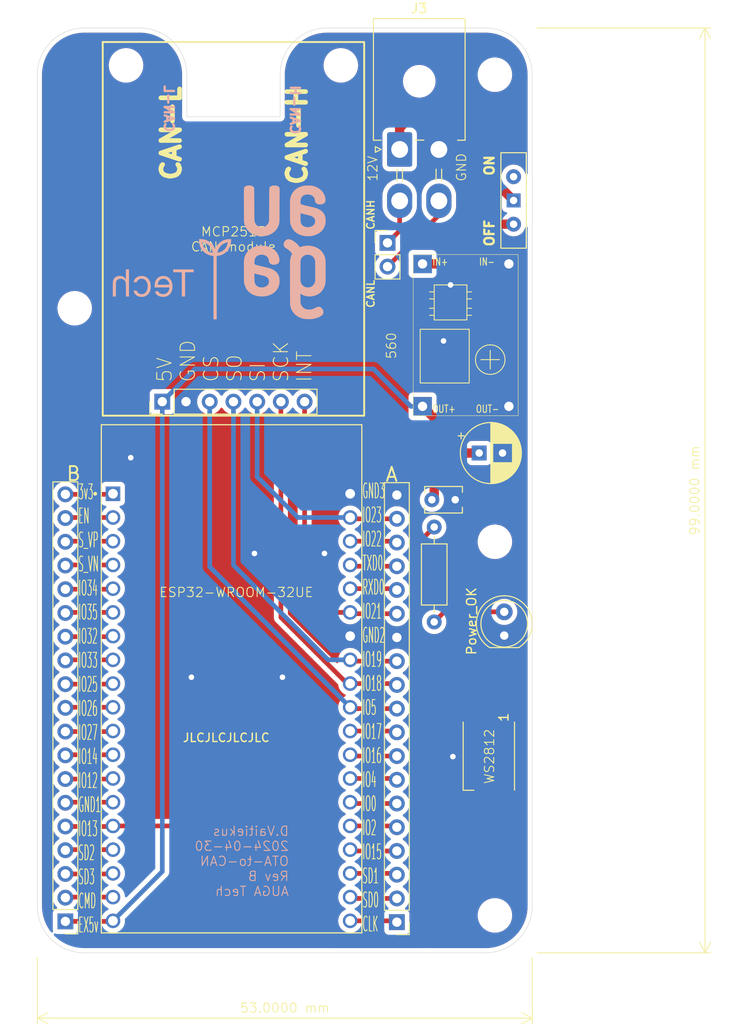
<source format=kicad_pcb>
(kicad_pcb (version 20240108) (generator "pcbnew") (generator_version "8.0")
  (title_block (title "OTA Sensor Receiver") (date "2024-04-17") (rev "A") (company "Darius Vaitiekus") (comment 1 "AUGA Tech"))
  (layers (0 "F.Cu" signal) (31 "B.Cu" signal) (34 "B.Paste" user) (35 "F.Paste" user) (36 "B.SilkS" user "B.Silkscreen") (37 "F.SilkS" user "F.Silkscreen") (38 "B.Mask" user) (39 "F.Mask" user) (44 "Edge.Cuts" user))
  (net 0 "")
  (net 1 "GND")
  (net 2 "/WS_LED")
  (net 3 "+5V")
  (net 5 "Net-(J3-Pin_1)")
  (net 6 "/INT")
  (net 7 "/IO4")
  (net 8 "/TXD0")
  (net 9 "/SI")
  (net 10 "/CS")
  (net 11 "/SD1")
  (net 12 "/CLK")
  (net 13 "/SCK")
  (net 14 "/RXD0")
  (net 15 "/IO16")
  (net 16 "/IO15")
  (net 17 "/IO2")
  (net 18 "/SO")
  (net 19 "/IO22")
  (net 20 "/IO17")
  (net 21 "/IO0")
  (net 22 "/SD0")
  (net 23 "/CMD")
  (net 24 "/IO27")
  (net 25 "/NTC_0")
  (net 26 "+3V3")
  (net 27 "/NTC_2")
  (net 28 "/IO26")
  (net 29 "/SD2")
  (net 30 "/IO14")
  (net 31 "/IO12")
  (net 32 "/NTC_3")
  (net 33 "/NTC_INT")
  (net 34 "/SD3")
  (net 35 "/VBat")
  (net 36 "/GND1")
  (net 37 "/IO25")
  (net 38 "/NTC_1")
  (net 39 "/EN")
  (net 41 "Net-(SW2-A)")
  (net 42 "Net-(D4-A)")
  (net 43 "/CAN_L")
  (net 44 "/CAN_H")
  (footprint "Capacitor_THT:CP_Radial_D6.3mm_P2.50mm" (layer "F.Cu") (at 158.817621 87)
    (property "Reference" "C5" (hide yes))
    (property "Value" "10V, 220uF")
    (pad "1" thru_hole rect (at 0 0) (size 1.6 1.6) (drill 0.8) (layers "*.Cu" "*.Mask") (net 3 "+5V"))
    (pad "2" thru_hole circle (at 2.5 0) (size 1.6 1.6) (drill 0.8) (layers "*.Cu" "*.Mask") (net 1 "GND"))
  )
  (footprint "Resistor_THT:R_Axial_DIN0207_L6.3mm_D2.5mm_P10.16mm_Horizontal" (layer "F.Cu") (at 154 105.08 90)
    (property "Reference" "R9" (hide yes))
    (property "Value" "560")
    (pad "1" thru_hole circle (at 0 0 90) (size 1.6 1.6) (drill 0.8) (layers "*.Cu" "*.Mask") (net 42 "Net-(D4-A)"))
    (pad "2" thru_hole oval (at 10.16 0 90) (size 1.6 1.6) (drill 0.8) (layers "*.Cu" "*.Mask") (net 3 "+5V"))
  )
  (footprint "MountingHole:MountingHole_3.2mm_M3" (layer "F.Cu") (at 160.5 46.5)
    (property "Reference" "H2" (hide yes))
    (property "Value" "MountingHole M3" (hide yes))
    (pad "" np_thru_hole circle (at 0 0) (size 3.2 3.2) (drill 3.2) (layers "*.Cu" "*.Mask"))
  )
  (footprint "MountingHole:MountingHole_3.2mm_M3" (layer "F.Cu") (at 160.5 96.5)
    (property "Reference" "H4" (hide yes))
    (property "Value" "MountingHole M3")
    (pad "" np_thru_hole circle (at 0 0) (size 3.2 3.2) (drill 3.2) (layers "*.Cu" "*.Mask"))
  )
  (footprint "MountingHole:MountingHole_3.2mm_M3" (layer "F.Cu") (at 160.5 136.5)
    (property "Reference" "H3" (hide yes))
    (property "Value" "MountingHole M3")
    (pad "" np_thru_hole circle (at 0 0) (size 3.2 3.2) (drill 3.2) (layers "*.Cu" "*.Mask"))
  )
  (footprint "Connector_PinHeader_2.54mm:PinHeader_1x19_P2.54mm_Vertical" (layer "F.Cu") (at 150 137.22 180)
    (property "Reference" "J6" (hide yes))
    (property "Value" "Header A")
    (pad "1" thru_hole rect (at 0 0 180) (size 1.7 1.7) (drill 1) (layers "*.Cu" "*.Mask") (net 12 "/CLK"))
    (pad "2" thru_hole oval (at 0 2.54 180) (size 1.7 1.7) (drill 1) (layers "*.Cu" "*.Mask") (net 22 "/SD0"))
    (pad "3" thru_hole oval (at 0 5.08 180) (size 1.7 1.7) (drill 1) (layers "*.Cu" "*.Mask") (net 11 "/SD1"))
    (pad "4" thru_hole oval (at 0 7.62 180) (size 1.7 1.7) (drill 1) (layers "*.Cu" "*.Mask") (net 16 "/IO15"))
    (pad "5" thru_hole oval (at 0 10.16 180) (size 1.7 1.7) (drill 1) (layers "*.Cu" "*.Mask") (net 17 "/IO2"))
    (pad "6" thru_hole oval (at 0 12.7 180) (size 1.7 1.7) (drill 1) (layers "*.Cu" "*.Mask") (net 21 "/IO0"))
    (pad "7" thru_hole oval (at 0 15.24 180) (size 1.7 1.7) (drill 1) (layers "*.Cu" "*.Mask") (net 7 "/IO4"))
    (pad "8" thru_hole oval (at 0 17.78 180) (size 1.7 1.7) (drill 1) (layers "*.Cu" "*.Mask") (net 15 "/IO16"))
    (pad "9" thru_hole oval (at 0 20.32 180) (size 1.7 1.7) (drill 1) (layers "*.Cu" "*.Mask") (net 20 "/IO17"))
    (pad "10" thru_hole oval (at 0 22.86 180) (size 1.7 1.7) (drill 1) (layers "*.Cu" "*.Mask") (net 10 "/CS"))
    (pad "11" thru_hole oval (at 0 25.4 180) (size 1.7 1.7) (drill 1) (layers "*.Cu" "*.Mask") (net 13 "/SCK"))
    (pad "12" thru_hole oval (at 0 27.94 180) (size 1.7 1.7) (drill 1) (layers "*.Cu" "*.Mask") (net 18 "/SO"))
    (pad "13" thru_hole oval (at 0 30.48 180) (size 1.7 1.7) (drill 1) (layers "*.Cu" "*.Mask") (net 1 "GND"))
    (pad "14" thru_hole oval (at 0 33.02 180) (size 1.7 1.7) (drill 1) (layers "*.Cu" "*.Mask") (net 6 "/INT"))
    (pad "15" thru_hole oval (at 0 35.56 180) (size 1.7 1.7) (drill 1) (layers "*.Cu" "*.Mask") (net 14 "/RXD0"))
    (pad "16" thru_hole oval (at 0 38.1 180) (size 1.7 1.7) (drill 1) (layers "*.Cu" "*.Mask") (net 8 "/TXD0"))
    (pad "17" thru_hole oval (at 0 40.64 180) (size 1.7 1.7) (drill 1) (layers "*.Cu" "*.Mask") (net 19 "/IO22"))
    (pad "18" thru_hole oval (at 0 43.18 180) (size 1.7 1.7) (drill 1) (layers "*.Cu" "*.Mask") (net 9 "/SI"))
    (pad "19" thru_hole oval (at 0 45.72 180) (size 1.7 1.7) (drill 1) (layers "*.Cu" "*.Mask") (net 1 "GND"))
  )
  (footprint "local_lib:MODULE_ESP32-DEVKITC-32D" (layer "F.Cu") (at 132.3 111.12)
    (property "Reference" "U4" (hide yes))
    (property "Value" "ESP32-WROOM-32UE")
    (pad "J2-1" thru_hole rect (at -12.7 -19.76) (size 1.56 1.56) (drill 1.04) (layers "*.Cu" "*.Mask") (net 26 "+3V3"))
    (pad "J2-2" thru_hole circle (at -12.7 -17.22) (size 1.56 1.56) (drill 1.04) (layers "*.Cu" "*.Mask") (net 39 "/EN"))
    (pad "J2-3" thru_hole circle (at -12.7 -14.68) (size 1.56 1.56) (drill 1.04) (layers "*.Cu" "*.Mask") (net 32 "/NTC_3"))
    (pad "J2-4" thru_hole circle (at -12.7 -12.14) (size 1.56 1.56) (drill 1.04) (layers "*.Cu" "*.Mask") (net 27 "/NTC_2"))
    (pad "J2-5" thru_hole circle (at -12.7 -9.6) (size 1.56 1.56) (drill 1.04) (layers "*.Cu" "*.Mask") (net 38 "/NTC_1"))
    (pad "J2-6" thru_hole circle (at -12.7 -7.06) (size 1.56 1.56) (drill 1.04) (layers "*.Cu" "*.Mask") (net 25 "/NTC_0"))
    (pad "J2-7" thru_hole circle (at -12.7 -4.52) (size 1.56 1.56) (drill 1.04) (layers "*.Cu" "*.Mask") (net 35 "/VBat"))
    (pad "J2-8" thru_hole circle (at -12.7 -1.98) (size 1.56 1.56) (drill 1.04) (layers "*.Cu" "*.Mask") (net 33 "/NTC_INT"))
    (pad "J2-9" thru_hole circle (at -12.7 0.56) (size 1.56 1.56) (drill 1.04) (layers "*.Cu" "*.Mask") (net 37 "/IO25"))
    (pad "J2-10" thru_hole circle (at -12.7 3.1) (size 1.56 1.56) (drill 1.04) (layers "*.Cu" "*.Mask") (net 28 "/IO26"))
    (pad "J2-11" thru_hole circle (at -12.7 5.64) (size 1.56 1.56) (drill 1.04) (layers "*.Cu" "*.Mask") (net 24 "/IO27"))
    (pad "J2-12" thru_hole circle (at -12.7 8.18) (size 1.56 1.56) (drill 1.04) (layers "*.Cu" "*.Mask") (net 30 "/IO14"))
    (pad "J2-13" thru_hole circle (at -12.7 10.72) (size 1.56 1.56) (drill 1.04) (layers "*.Cu" "*.Mask") (net 31 "/IO12"))
    (pad "J2-14" thru_hole circle (at -12.7 13.26) (size 1.56 1.56) (drill 1.04) (layers "*.Cu" "*.Mask") (net 36 "/GND1"))
    (pad "J2-15" thru_hole circle (at -12.7 15.8) (size 1.56 1.56) (drill 1.04) (layers "*.Cu" "*.Mask") (net 2 "/WS_LED"))
    (pad "J2-16" thru_hole circle (at -12.7 18.34) (size 1.56 1.56) (drill 1.04) (layers "*.Cu" "*.Mask") (net 29 "/SD2"))
    (pad "J2-17" thru_hole circle (at -12.7 20.88) (size 1.56 1.56) (drill 1.04) (layers "*.Cu" "*.Mask") (net 34 "/SD3"))
    (pad "J2-18" thru_hole circle (at -12.7 23.42) (size 1.56 1.56) (drill 1.04) (layers "*.Cu" "*.Mask") (net 23 "/CMD"))
    (pad "J2-19" thru_hole circle (at -12.7 25.96) (size 1.56 1.56) (drill 1.04) (layers "*.Cu" "*.Mask") (net 3 "+5V"))
    (pad "J3-1" thru_hole circle (at 12.7 -19.76) (size 1.56 1.56) (drill 1.04) (layers "*.Cu" "*.Mask") (net 1 "GND"))
    (pad "J3-2" thru_hole circle (at 12.7 -17.22) (size 1.56 1.56) (drill 1.04) (layers "*.Cu" "*.Mask") (net 9 "/SI"))
    (pad "J3-3" thru_hole circle (at 12.7 -14.68) (size 1.56 1.56) (drill 1.04) (layers "*.Cu" "*.Mask") (net 19 "/IO22"))
    (pad "J3-4" thru_hole circle (at 12.7 -12.14) (size 1.56 1.56) (drill 1.04) (layers "*.Cu" "*.Mask") (net 8 "/TXD0"))
    (pad "J3-5" thru_hole circle (at 12.7 -9.6) (size 1.56 1.56) (drill 1.04) (layers "*.Cu" "*.Mask") (net 14 "/RXD0"))
    (pad "J3-6" thru_hole circle (at 12.7 -7.06) (size 1.56 1.56) (drill 1.04) (layers "*.Cu" "*.Mask") (net 6 "/INT"))
    (pad "J3-7" thru_hole circle (at 12.7 -4.52) (size 1.56 1.56) (drill 1.04) (layers "*.Cu" "*.Mask") (net 1 "GND"))
    (pad "J3-8" thru_hole circle (at 12.7 -1.98) (size 1.56 1.56) (drill 1.04) (layers "*.Cu" "*.Mask") (net 18 "/SO"))
    (pad "J3-9" thru_hole circle (at 12.7 0.56) (size 1.56 1.56) (drill 1.04) (layers "*.Cu" "*.Mask") (net 13 "/SCK"))
    (pad "J3-10" thru_hole circle (at 12.7 3.1) (size 1.56 1.56) (drill 1.04) (layers "*.Cu" "*.Mask") (net 10 "/CS"))
    (pad "J3-11" thru_hole circle (at 12.7 5.64) (size 1.56 1.56) (drill 1.04) (layers "*.Cu" "*.Mask") (net 20 "/IO17"))
    (pad "J3-12" thru_hole circle (at 12.7 8.18) (size 1.56 1.56) (drill 1.04) (layers "*.Cu" "*.Mask") (net 15 "/IO16"))
    (pad "J3-13" thru_hole circle (at 12.7 10.72) (size 1.56 1.56) (drill 1.04) (layers "*.Cu" "*.Mask") (net 7 "/IO4"))
    (pad "J3-14" thru_hole circle (at 12.7 13.26) (size 1.56 1.56) (drill 1.04) (layers "*.Cu" "*.Mask") (net 21 "/IO0"))
    (pad "J3-15" thru_hole circle (at 12.7 15.8) (size 1.56 1.56) (drill 1.04) (layers "*.Cu" "*.Mask") (net 17 "/IO2"))
    (pad "J3-16" thru_hole circle (at 12.7 18.34) (size 1.56 1.56) (drill 1.04) (layers "*.Cu" "*.Mask") (net 16 "/IO15"))
    (pad "J3-17" thru_hole circle (at 12.7 20.88) (size 1.56 1.56) (drill 1.04) (layers "*.Cu" "*.Mask") (net 11 "/SD1"))
    (pad "J3-18" thru_hole circle (at 12.7 23.42) (size 1.56 1.56) (drill 1.04) (layers "*.Cu" "*.Mask") (net 22 "/SD0"))
    (pad "J3-19" thru_hole circle (at 12.7 25.96) (size 1.56 1.56) (drill 1.04) (layers "*.Cu" "*.Mask") (net 12 "/CLK"))
  )
  (footprint "MountingHole:MountingHole_3.2mm_M3" (layer "F.Cu") (at 115.5 71.5)
    (property "Reference" "H1" (hide yes))
    (property "Value" "MountingHole M3")
    (pad "" np_thru_hole circle (at 0 0) (size 3.2 3.2) (drill 3.2) (layers "*.Cu" "*.Mask"))
  )
  (footprint "Capacitor_THT:C_Disc_D3.8mm_W2.6mm_P2.50mm" (layer "F.Cu") (at 153.75 92)
    (property "Reference" "C6" (hide yes))
    (property "Value" "100nF")
    (pad "1" thru_hole circle (at 0 0) (size 1.6 1.6) (drill 0.8) (layers "*.Cu" "*.Mask") (net 3 "+5V"))
    (pad "2" thru_hole circle (at 2.5 0) (size 1.6 1.6) (drill 0.8) (layers "*.Cu" "*.Mask") (net 1 "GND"))
  )
  (footprint "Connector_Molex:Molex_Mini-Fit_Jr_5569-04A2_2x02_P4.20mm_Horizontal" (layer "F.Cu") (at 150.3 54.5)
    (property "Reference" "J3" (at 2.1 -15.1 0) (layer "F.SilkS"))
    (property "Value" "Power Input 12V")
    (pad "" np_thru_hole circle (at 2.1 -7.3) (size 3 3) (drill 3) (layers "*.Cu" "*.Mask"))
    (pad "1" thru_hole roundrect (at 0 0) (size 2.7 3.7) (drill 1.8) (layers "*.Cu" "*.Mask") (roundrect_rratio 0.092593) (net 5 "Net-(J3-Pin_1)"))
    (pad "2" thru_hole oval (at 4.2 0) (size 2.7 3.7) (drill 1.8) (layers "*.Cu" "*.Mask") (net 1 "GND"))
    (pad "3" thru_hole oval (at 0 5.5) (size 2.7 3.7) (drill 1.8) (layers "*.Cu" "*.Mask") (net 44 "/CAN_H"))
    (pad "4" thru_hole oval (at 4.2 5.5) (size 2.7 3.7) (drill 1.8) (layers "*.Cu" "*.Mask") (net 43 "/CAN_L"))
  )
  (footprint "Button_Switch_THT:SW_Slide-03_Wuerth-WS-SLTV_10x2.5x6.4_P2.54mm" (layer "F.Cu") (at 162.5 59.96 -90)
    (property "Reference" "SW2" (hide yes))
    (property "Value" "Switch")
    (pad "1" thru_hole rect (at 0 0 270) (size 1.5 1.5) (drill 0.8) (layers "*.Cu" "*.Mask") (net 5 "Net-(J3-Pin_1)"))
    (pad "2" thru_hole circle (at -2.54 0 270) (size 1.6 1.6) (drill 0.8) (layers "*.Cu" "*.Mask"))
    (pad "3" thru_hole circle (at 2.54 0 270) (size 1.6 1.6) (drill 0.8) (layers "*.Cu" "*.Mask") (net 41 "Net-(SW2-A)"))
  )
  (footprint "Connector_PinHeader_2.54mm:PinHeader_1x07_P2.54mm_Vertical" (layer "F.Cu") (at 124.88 81.5 90)
    (property "Reference" "J1" (hide yes))
    (property "Value" "MCP-2515-CAN")
    (pad "1" thru_hole rect (at 0 0 90) (size 1.7 1.7) (drill 1) (layers "*.Cu" "*.Mask") (net 3 "+5V"))
    (pad "2" thru_hole oval (at 0 2.54 90) (size 1.7 1.7) (drill 1) (layers "*.Cu" "*.Mask") (net 1 "GND"))
    (pad "3" thru_hole oval (at 0 5.08 90) (size 1.7 1.7) (drill 1) (layers "*.Cu" "*.Mask") (net 10 "/CS"))
    (pad "4" thru_hole oval (at 0 7.62 90) (size 1.7 1.7) (drill 1) (layers "*.Cu" "*.Mask") (net 18 "/SO"))
    (pad "5" thru_hole oval (at 0 10.16 90) (size 1.7 1.7) (drill 1) (layers "*.Cu" "*.Mask") (net 9 "/SI"))
    (pad "6" thru_hole oval (at 0 12.7 90) (size 1.7 1.7) (drill 1) (layers "*.Cu" "*.Mask") (net 13 "/SCK"))
    (pad "7" thru_hole oval (at 0 15.24 90) (size 1.7 1.7) (drill 1) (layers "*.Cu" "*.Mask") (net 6 "/INT"))
  )
  (footprint "Connector_PinHeader_2.54mm:PinHeader_1x19_P2.54mm_Vertical" (layer "F.Cu") (at 114.5 137.14 180)
    (property "Reference" "J8" (hide yes))
    (property "Value" "Header B")
    (pad "1" thru_hole rect (at 0 0 180) (size 1.7 1.7) (drill 1) (layers "*.Cu" "*.Mask") (net 3 "+5V"))
    (pad "2" thru_hole oval (at 0 2.54 180) (size 1.7 1.7) (drill 1) (layers "*.Cu" "*.Mask") (net 23 "/CMD"))
    (pad "3" thru_hole oval (at 0 5.08 180) (size 1.7 1.7) (drill 1) (layers "*.Cu" "*.Mask") (net 34 "/SD3"))
    (pad "4" thru_hole oval (at 0 7.62 180) (size 1.7 1.7) (drill 1) (layers "*.Cu" "*.Mask") (net 29 "/SD2"))
    (pad "5" thru_hole oval (at 0 10.16 180) (size 1.7 1.7) (drill 1) (layers "*.Cu" "*.Mask") (net 2 "/WS_LED"))
    (pad "6" thru_hole oval (at 0 12.7 180) (size 1.7 1.7) (drill 1) (layers "*.Cu" "*.Mask") (net 36 "/GND1"))
    (pad "7" thru_hole oval (at 0 15.24 180) (size 1.7 1.7) (drill 1) (layers "*.Cu" "*.Mask") (net 31 "/IO12"))
    (pad "8" thru_hole oval (at 0 17.78 180) (size 1.7 1.7) (drill 1) (layers "*.Cu" "*.Mask") (net 30 "/IO14"))
    (pad "9" thru_hole oval (at 0 20.32 180) (size 1.7 1.7) (drill 1) (layers "*.Cu" "*.Mask") (net 24 "/IO27"))
    (pad "10" thru_hole oval (at 0 22.86 180) (size 1.7 1.7) (drill 1) (layers "*.Cu" "*.Mask") (net 28 "/IO26"))
    (pad "11" thru_hole oval (at 0 25.4 180) (size 1.7 1.7) (drill 1) (layers "*.Cu" "*.Mask") (net 37 "/IO25"))
    (pad "12" thru_hole oval (at 0 27.94 180) (size 1.7 1.7) (drill 1) (layers "*.Cu" "*.Mask") (net 33 "/NTC_INT"))
    (pad "13" thru_hole oval (at 0 30.48 180) (size 1.7 1.7) (drill 1) (layers "*.Cu" "*.Mask") (net 35 "/VBat"))
    (pad "14" thru_hole oval (at 0 33.02 180) (size 1.7 1.7) (drill 1) (layers "*.Cu" "*.Mask") (net 25 "/NTC_0"))
    (pad "15" thru_hole oval (at 0 35.56 180) (size 1.7 1.7) (drill 1) (layers "*.Cu" "*.Mask") (net 38 "/NTC_1"))
    (pad "16" thru_hole oval (at 0 38.1 180) (size 1.7 1.7) (drill 1) (layers "*.Cu" "*.Mask") (net 27 "/NTC_2"))
    (pad "17" thru_hole oval (at 0 40.64 180) (size 1.7 1.7) (drill 1) (layers "*.Cu" "*.Mask") (net 32 "/NTC_3"))
    (pad "18" thru_hole oval (at 0 43.18 180) (size 1.7 1.7) (drill 1) (layers "*.Cu" "*.Mask") (net 39 "/EN"))
    (pad "19" thru_hole oval (at 0 45.72 180) (size 1.7 1.7) (drill 1) (layers "*.Cu" "*.Mask") (net 26 "+3V3"))
  )
  (footprint "local_lib:DCDC_StepDown" (layer "F.Cu") (at 157.25 74.25)
    (property "Reference" "U5" (hide yes))
    (property "Value" "DC StepDown")
    (fp_text user "IN-" (at 1.5 -7.25 0) (layer "F.SilkS") (effects (font (size 0.8 0.6) (thickness 0.1)) (justify left bottom)))
    (fp_text user "OUT-" (at 3.75 8.5 0) (layer "F.SilkS") (effects (font (size 0.8 0.6) (thickness 0.1)) (justify right bottom)))
    (fp_text user "IN+" (at -3.5 -7.25 0) (layer "F.SilkS") (effects (font (size 0.8 0.6) (thickness 0.1)) (justify left bottom)))
    (fp_text user "OUT+" (at -3.5 8.5 0) (layer "F.SilkS") (effects (font (size 0.8 0.6) (thickness 0.1)) (justify left bottom)))
    (pad "1" thru_hole rect (at -4.5 -7.5) (size 2 2) (drill 1) (layers "*.Cu" "*.Mask") (net 41 "Net-(SW2-A)"))
    (pad "2" thru_hole rect (at 4.75 -7.5) (size 2 2) (drill 1) (layers "*.Cu" "*.Mask") (net 1 "GND"))
    (pad "3" thru_hole rect (at -4.5 7.75) (size 2 2) (drill 1) (layers "*.Cu" "*.Mask") (net 3 "+5V"))
    (pad "4" thru_hole rect (at 4.75 7.75) (size 2 2) (drill 1) (layers "*.Cu" "*.Mask") (net 1 "GND"))
  )
  (footprint "MountingHole:MountingHole_3.2mm_M3" (layer "F.Cu") (at 121 45.5)
    (property "Reference" "H5" (hide yes))
    (property "Value" "MountingHole M3")
    (pad "" np_thru_hole circle (at 0 0) (size 3.2 3.2) (drill 3.2) (layers "*.Cu" "*.Mask"))
  )
  (footprint "Connector_PinHeader_2.54mm:PinHeader_1x02_P2.54mm_Vertical" (layer "F.Cu") (at 149 64.5)
    (property "Reference" "J2" (hide yes))
    (property "Value" "CAN_passthrough")
    (pad "1" thru_hole rect (at 0 0) (size 1.7 1.7) (drill 1) (layers "*.Cu" "*.Mask") (net 44 "/CAN_H"))
    (pad "2" thru_hole oval (at 0 2.54) (size 1.7 1.7) (drill 1) (layers "*.Cu" "*.Mask") (net 43 "/CAN_L"))
  )
  (footprint "LED_THT:LED_D5.0mm" (layer "F.Cu") (at 161.5 106.54 90)
    (property "Reference" "D4" (hide yes))
    (property "Value" "Power_OK" (at 1.54 -3.5 -90) (layer "F.SilkS"))
    (pad "1" thru_hole rect (at 0 0 90) (size 1.8 1.8) (drill 0.9) (layers "*.Cu" "*.Mask") (net 1 "GND"))
    (pad "2" thru_hole circle (at 2.54 0 90) (size 1.8 1.8) (drill 0.9) (layers "*.Cu" "*.Mask") (net 42 "Net-(D4-A)"))
  )
  (footprint "LED_SMD:LED_WS2812B_PLCC4_5.0x5.0mm_P3.2mm" (layer "F.Cu") (at 159.85 119.45 -90)
    (property "Reference" "D3" (hide yes))
    (property "Value" "WS2812B")
    (fp_text user "1" (at -4.15 -1.6 90) (layer "F.SilkS"))
    (pad "1" smd rect (at -2.45 -1.65 270) (size 1.5 0.9) (layers "F.Cu" "F.Paste" "F.Mask") (net 3 "+5V"))
    (pad "2" smd rect (at -2.45 1.65 270) (size 1.5 0.9) (layers "F.Cu" "F.Paste" "F.Mask"))
    (pad "3" smd rect (at 2.45 1.65 270) (size 1.5 0.9) (layers "F.Cu" "F.Paste" "F.Mask") (net 1 "GND"))
    (pad "4" smd rect (at 2.45 -1.65 270) (size 1.5 0.9) (layers "F.Cu" "F.Paste" "F.Mask") (net 2 "/WS_LED"))
  )
  (footprint "MountingHole:MountingHole_3.2mm_M3" (layer "F.Cu") (at 144 45.5)
    (property "Reference" "H6" (hide yes))
    (property "Value" "MountingHole M3")
    (pad "" np_thru_hole circle (at 0 0) (size 3.2 3.2) (drill 3.2) (layers "*.Cu" "*.Mask"))
  )
  (footprint "local_lib:AUGA-Tech-footprint" (layer "B.Cu") (at 131 65.5 180)
    (property "Reference" "G1" (hide yes))
    (property "Value" "AUGA-Tech-LOGO" (hide yes))
  )
  (gr_rect (start 118.5 43) (end 146.5 83) (stroke (width 0.2)) (fill none) (layer "F.SilkS"))
  (gr_arc (start 111.5 46.5) (mid 112.964466 42.964466) (end 116.5 41.5) (stroke (width 0.05)) (layer "Edge.Cuts"))
  (gr_arc (start 122.5 41.5) (mid 126.035534 42.964466) (end 127.5 46.5) (stroke (width 0.05)) (layer "Edge.Cuts"))
  (gr_line (start 116.5 41.5) (end 122.5 41.5) (stroke (width 0.05)) (layer "Edge.Cuts"))
  (gr_line (start 111.5 135.5) (end 111.5 46.5) (stroke (width 0.05)) (layer "Edge.Cuts"))
  (gr_line (start 127.5 51) (end 127.5 46.5) (stroke (width 0.05)) (layer "Edge.Cuts"))
  (gr_line (start 164.5 46.5) (end 164.5 135.5) (stroke (width 0.05)) (layer "Edge.Cuts"))
  (gr_line (start 142.5 41.5) (end 159.5 41.5) (stroke (width 0.05)) (layer "Edge.Cuts"))
  (gr_arc (start 159.5 41.5) (mid 163.035534 42.964466) (end 164.5 46.5) (stroke (width 0.05)) (layer "Edge.Cuts"))
  (gr_line (start 137.5 51) (end 127.5 51) (stroke (width 0.05)) (layer "Edge.Cuts"))
  (gr_arc (start 116.5 140.5) (mid 112.964466 139.035534) (end 111.5 135.5) (stroke (width 0.05)) (layer "Edge.Cuts"))
  (gr_line (start 159.5 140.5) (end 116.5 140.5) (stroke (width 0.05)) (layer "Edge.Cuts"))
  (gr_arc (start 137.5 46.5) (mid 138.964466 42.964466) (end 142.5 41.5) (stroke (width 0.05)) (layer "Edge.Cuts"))
  (gr_arc (start 164.5 135.5) (mid 163.035534 139.035534) (end 159.5 140.5) (stroke (width 0.05)) (layer "Edge.Cuts"))
  (gr_line (start 137.5 46.5) (end 137.5 51) (stroke (width 0.05)) (layer "Edge.Cuts"))
  (gr_text "CAN-H" (at 138.5 47.5 270) (layer "B.SilkS") (effects (font (size 1 1) (thickness 0.25) (bold yes)) (justify right bottom mirror)))
  (gr_text "CAN-L" (at 125 47.5 270) (layer "B.SilkS") (effects (font (size 1 1) (thickness 0.25) (bold yes)) (justify right bottom mirror)))
  (gr_text "D.Vaitiekus\n2024-04-30\nOTA-to-CAN\nRev B\nAUGA Tech" (at 138.5 134.5 0) (layer "B.SilkS") (effects (font (size 1 1) (thickness 0.1)) (justify left bottom mirror)))
  (gr_text "GND3\nIO23\nIO22\nTXD0\nRXD0\nIO21\nGND2\nIO19\nIO18\nIO5\nIO17\nIO16\nIO4\nIO0\nIO2\nIO15\nSD1\nSD0\nCLK" (at 146.25 138.37 0) (layer "F.SilkS") (effects (font (size 1.6 0.6) (thickness 0.1)) (justify left bottom)))
  (gr_text "560" (at 150 77 90) (layer "F.SilkS") (effects (font (size 1 1) (thickness 0.1)) (justify left bottom)))
  (gr_text "OFF" (at 160.5 65 90) (layer "F.SilkS") (effects (font (size 1 1) (thickness 0.25)) (justify left bottom)))
  (gr_text "MCP2515\nCAN module" (at 132.5 65.5 0) (layer "F.SilkS") (effects (font (size 1 1) (thickness 0.1)) (justify bottom)))
  (gr_text "CAN-H" (at 140.5 47.5 90) (layer "F.SilkS") (effects (font (size 2 2) (thickness 0.5) (bold yes)) (justify right bottom)))
  (gr_text "ON" (at 160.5 55 90) (layer "F.SilkS") (effects (font (size 1 1) (thickness 0.25)) (justify right bottom)))
  (gr_text "JLCJLCJLCJLC" (at 127 118 0) (layer "F.SilkS") (effects (font (size 0.9 0.9) (thickness 0.15) (bold yes)) (justify left bottom)))
  (gr_text "CANL" (at 147.67 68.37 90) (layer "F.SilkS") (effects (font (size 0.8 0.8) (thickness 0.15) (bold yes)) (justify right bottom)))
  (gr_text "WS2812" (at 160.5 122.5 90) (layer "F.SilkS") (effects (font (size 1 1) (thickness 0.1)) (justify left bottom)))
  (gr_text "GND" (at 157.5 58 90) (layer "F.SilkS") (effects (font (size 1 1) (thickness 0.1)) (justify left bottom)))
  (gr_text "B" (at 114.5 90.09 0) (layer "F.SilkS") (effects (font (size 1.5 1.5) (thickness 0.2)) (justify left bottom)))
  (gr_text "CANH" (at 147.67 63.17 90) (layer "F.SilkS") (effects (font (size 0.8 0.8) (thickness 0.15) (bold yes)) (justify left bottom)))
  (gr_text "12V" (at 148 58 90) (layer "F.SilkS") (effects (font (size 1 1) (thickness 0.1)) (justify left bottom)))
  (gr_text "ESP32-WROOM-32UE" (at 124.5 102.5 0) (layer "F.SilkS") (effects (font (size 1 1) (thickness 0.1)) (justify left bottom)))
  (gr_text "3v3\nEN\nS_VP\nS_VN\nIO34\nIO35\nIO32\nIO33\nIO25\nIO26\nIO27\nIO14\nIO12\nGND1\nIO13\nSD2\nSD3\nCMD\nEX5v" (at 115.83 138.47 0) (layer "F.SilkS") (effects (font (size 1.6 0.6) (thickness 0.1)) (justify left bottom)))
  (gr_text "5V\nGND\nCS\nSO\nSI\nSCK\nINT" (at 141 79.5 90) (layer "F.SilkS") (effects (font (size 1.55 1.5) (thickness 0.1)) (justify left bottom)))
  (gr_text "A" (at 148.67 90.17 0) (layer "F.SilkS") (effects (font (size 1.5 1.5) (thickness 0.2)) (justify left bottom)))
  (gr_text "CAN-L" (at 127 47.5 90) (layer "F.SilkS") (effects (font (size 2 2) (thickness 0.5) (bold yes)) (justify right bottom)))
  (dimension (type aligned) (layer "F.SilkS") (pts (xy 164.5 140.5) (xy 111.5 140.5)) (height -7) (gr_text "53.0000 mm" (at 138 146.4 0) (layer "F.SilkS") (effects (font (size 1 1) (thickness 0.1)))) (format (prefix "") (suffix "") (units 3) (units_format 1) (precision 4)) (style (thickness 0.1) (arrow_length 1.27) (text_position_mode 0) (extension_height 0.58642) (extension_offset 0.5) keep_text_aligned))
  (dimension (type aligned) (layer "F.SilkS") (pts (xy 164.5 41.5) (xy 164.5 140.5)) (height -18.5) (gr_text "99.0000 mm" (at 181.9 91 90) (layer "F.SilkS") (effects (font (size 1 1) (thickness 0.1)))) (format (prefix "") (suffix "") (units 3) (units_format 1) (precision 4)) (style (thickness 0.1) (arrow_length 1.27) (text_position_mode 0) (extension_height 0.58642) (extension_offset 0.5) keep_text_aligned))
  (segment (start 149.86 106.6) (end 150 106.74) (width 0.5) (layer "F.Cu") (net 1))
  (segment (start 149.86 91.36) (end 150 91.5) (width 0.5) (layer "F.Cu") (net 1))
  (segment (start 145 106.6) (end 149.86 106.6) (width 0.5) (layer "F.Cu") (net 1))
  (segment (start 145 91.36) (end 149.86 91.36) (width 0.5) (layer "F.Cu") (net 1))
  (via (at 121.5 87.5) (size 0.8) (drill 0.6) (layers "F.Cu" "B.Cu") (net 1))
  (via (at 142.25 97.75) (size 0.8) (drill 0.6) (layers "F.Cu" "B.Cu") (net 1))
  (via (at 137.75 111) (size 0.8) (drill 0.6) (layers "F.Cu" "B.Cu") (net 1))
  (via (at 155.75 69) (size 0.8) (drill 0.6) (layers "F.Cu" "B.Cu") (net 1))
  (via (at 156 119.5) (size 0.8) (drill 0.6) (layers "F.Cu" "B.Cu") (net 1))
  (via (at 155 75) (size 0.8) (drill 0.6) (layers "F.Cu" "B.Cu") (net 1))
  (via (at 134.75 97.75) (size 0.8) (drill 0.6) (layers "F.Cu" "B.Cu") (net 1))
  (via (at 128 111) (size 0.8) (drill 0.6) (layers "F.Cu" "B.Cu") (net 1))
  (segment (start 119.6 126.92) (end 130.42 126.92) (width 0.5) (layer "F.Cu") (net 2))
  (segment (start 155 134) (end 161.5 127.5) (width 0.5) (layer "F.Cu") (net 2))
  (segment (start 130.42 126.92) (end 143.25 139.75) (width 0.5) (layer "F.Cu") (net 2))
  (segment (start 143.25 139.75) (end 152.75 139.75) (width 0.5) (layer "F.Cu") (net 2))
  (segment (start 152.75 139.75) (end 155 137.5) (width 0.5) (layer "F.Cu") (net 2))
  (segment (start 114.5 126.98) (end 119.54 126.98) (width 0.5) (layer "F.Cu") (net 2))
  (segment (start 155 137.5) (end 155 134) (width 0.5) (layer "F.Cu") (net 2))
  (segment (start 119.54 126.98) (end 119.6 126.92) (width 0.5) (layer "F.Cu") (net 2))
  (segment (start 161.5 127.5) (end 161.5 121.9) (width 0.5) (layer "F.Cu") (net 2))
  (segment (start 154 87) (end 154 83.25) (width 1) (layer "F.Cu") (net 3))
  (segment (start 114.5 137.14) (end 119.54 137.14) (width 0.5) (layer "F.Cu") (net 3))
  (segment (start 154 91.75) (end 154 87) (width 1) (layer "F.Cu") (net 3))
  (segment (start 158.817621 87) (end 154 87) (width 1) (layer "F.Cu") (net 3))
  (segment (start 161.5 116) (end 152 106.5) (width 0.5) (layer "F.Cu") (net 3))
  (segment (start 152 96.92) (end 154 94.92) (width 0.5) (layer "F.Cu") (net 3))
  (segment (start 152 106.5) (end 152 96.92) (width 0.5) (layer "F.Cu") (net 3))
  (segment (start 119.54 137.14) (end 119.6 137.08) (width 0.5) (layer "F.Cu") (net 3))
  (segment (start 161.5 117) (end 161.5 116) (width 0.5) (layer "F.Cu") (net 3))
  (segment (start 153.75 92) (end 154 91.75) (width 1) (layer "F.Cu") (net 3))
  (segment (start 154 83.25) (end 152.75 82) (width 1) (layer "F.Cu") (net 3))
  (segment (start 151.5 82) (end 152.75 82) (width 0.5) (layer "B.Cu") (net 3))
  (segment (start 124.88 81.5) (end 128.38 78) (width 0.5) (layer "B.Cu") (net 3))
  (segment (start 124.88 131.8) (end 124.88 81.5) (width 0.5) (layer "B.Cu") (net 3))
  (segment (start 119.6 137.08) (end 124.88 131.8) (width 0.5) (layer "B.Cu") (net 3))
  (segment (start 147.5 78) (end 151.5 82) (width 0.5) (layer "B.Cu") (net 3))
  (segment (start 128.38 78) (end 147.5 78) (width 0.5) (layer "B.Cu") (net 3))
  (segment (start 159.5 56.96) (end 159.5 53) (width 1) (layer "F.Cu") (net 5))
  (segment (start 150.3 52.2) (end 150.3 54.5) (width 1) (layer "F.Cu") (net 5))
  (segment (start 162.5 59.96) (end 159.5 56.96) (width 1) (layer "F.Cu") (net 5))
  (segment (start 159.5 53) (end 157 50.5) (width 1) (layer "F.Cu") (net 5))
  (segment (start 157 50.5) (end 152 50.5) (width 1) (layer "F.Cu") (net 5))
  (segment (start 152 50.5) (end 150.3 52.2) (width 1) (layer "F.Cu") (net 5))
  (segment (start 145 104.06) (end 142.06 104.06) (width 0.5) (layer "F.Cu") (net 6))
  (segment (start 145.14 104.2) (end 145 104.06) (width 0.5) (layer "F.Cu") (net 6))
  (segment (start 140.12 102.12) (end 140.12 81.5) (width 0.5) (layer "F.Cu") (net 6))
  (segment (start 142.06 104.06) (end 140.12 102.12) (width 0.5) (layer "F.Cu") (net 6))
  (segment (start 150 104.2) (end 145.14 104.2) (width 0.5) (layer "F.Cu") (net 6))
  (segment (start 145 121.84) (end 149.86 121.84) (width 0.5) (layer "F.Cu") (net 7))
  (segment (start 149.86 121.84) (end 150 121.98) (width 0.5) (layer "F.Cu") (net 7))
  (segment (start 145.14 99.12) (end 145 98.98) (width 0.5) (layer "F.Cu") (net 8))
  (segment (start 150 99.12) (end 145.14 99.12) (width 0.5) (layer "F.Cu") (net 8))
  (segment (start 145.14 94.04) (end 145 93.9) (width 0.5) (layer "F.Cu") (net 9))
  (segment (start 150 94.04) (end 145.14 94.04) (width 0.5) (layer "F.Cu") (net 9))
  (segment (start 139.4 93.9) (end 145 93.9) (width 0.5) (layer "B.Cu") (net 9))
  (segment (start 135.04 89.54) (end 139.4 93.9) (width 0.5) (layer "B.Cu") (net 9))
  (segment (start 135.04 81.5) (end 135.04 89.54) (width 0.5) (layer "B.Cu") (net 9))
  (segment (start 145.14 114.36) (end 145 114.22) (width 0.5) (layer "F.Cu") (net 10))
  (segment (start 150 114.36) (end 145.14 114.36) (width 0.5) (layer "F.Cu") (net 10))
  (segment (start 129.96 81.5) (end 129.96 99.18) (width 0.5) (layer "B.Cu") (net 10))
  (segment (start 129.96 99.18) (end 145 114.22) (width 0.5) (layer "B.Cu") (net 10))
  (segment (start 149.86 132) (end 150 132.14) (width 0.5) (layer "F.Cu") (net 11))
  (segment (start 145 132) (end 149.86 132) (width 0.5) (layer "F.Cu") (net 11))
  (segment (start 149.86 137.08) (end 150 137.22) (width 0.5) (layer "F.Cu") (net 12))
  (segment (start 145 137.08) (end 149.86 137.08) (width 0.5) (layer "F.Cu") (net 12))
  (segment (start 149.86 111.68) (end 150 111.82) (width 0.5) (layer "F.Cu") (net 13))
  (segment (start 145 111.68) (end 149.86 111.68) (width 0.5) (layer "F.Cu") (net 13))
  (segment (start 137.58 104.58) (end 144.68 111.68) (width 0.5) (layer "F.Cu") (net 13))
  (segment (start 137.58 81.5) (end 137.58 104.58) (width 0.5) (layer "F.Cu") (net 13))
  (segment (start 144.68 111.68) (end 145 111.68) (width 0.5) (layer "F.Cu") (net 13))
  (segment (start 145 101.52) (end 149.86 101.52) (width 0.5) (layer "F.Cu") (net 14))
  (segment (start 149.86 101.52) (end 150 101.66) (width 0.5) (layer "F.Cu") (net 14))
  (segment (start 145.14 119.44) (end 145 119.3) (width 0.5) (layer "F.Cu") (net 15))
  (segment (start 150 119.44) (end 145.14 119.44) (width 0.5) (layer "F.Cu") (net 15))
  (segment (start 150 129.6) (end 145.14 129.6) (width 0.5) (layer "F.Cu") (net 16))
  (segment (start 145.14 129.6) (end 145 129.46) (width 0.5) (layer "F.Cu") (net 16))
  (segment (start 145 126.92) (end 149.86 126.92) (width 0.5) (layer "F.Cu") (net 17))
  (segment (start 149.86 126.92) (end 150 127.06) (width 0.5) (layer "F.Cu") (net 17))
  (segment (start 150 109.28) (end 145.14 109.28) (width 0.5) (layer "F.Cu") (net 18))
  (segment (start 145.14 109.28) (end 145 109.14) (width 0.5) (layer "F.Cu") (net 18))
  (segment (start 142.64 109.14) (end 145 109.14) (width 0.5) (layer "B.Cu") (net 18))
  (segment (start 132.5 81.5) (end 132.5 99) (width 0.5) (layer "B.Cu") (net 18))
  (segment (start 132.5 99) (end 142.64 109.14) (width 0.5) (layer "B.Cu") (net 18))
  (segment (start 149.86 96.44) (end 150 96.58) (width 0.5) (layer "F.Cu") (net 19))
  (segment (start 145 96.44) (end 149.86 96.44) (width 0.5) (layer "F.Cu") (net 19))
  (segment (start 145 116.76) (end 149.86 116.76) (width 0.5) (layer "F.Cu") (net 20))
  (segment (start 149.86 116.76) (end 150 116.9) (width 0.5) (layer "F.Cu") (net 20))
  (segment (start 145.14 124.52) (end 145 124.38) (width 0.5) (layer "F.Cu") (net 21))
  (segment (start 150 124.52) (end 145.14 124.52) (width 0.5) (layer "F.Cu") (net 21))
  (segment (start 150 134.68) (end 145.14 134.68) (width 0.5) (layer "F.Cu") (net 22))
  (segment (start 145.14 134.68) (end 145 134.54) (width 0.5) (layer "F.Cu") (net 22))
  (segment (start 119.6 134.54) (end 114.56 134.54) (width 0.5) (layer "F.Cu") (net 23))
  (segment (start 114.56 134.54) (end 114.5 134.6) (width 0.5) (layer "F.Cu") (net 23))
  (segment (start 119.54 116.82) (end 119.6 116.76) (width 0.5) (layer "F.Cu") (net 24))
  (segment (start 114.5 116.82) (end 119.54 116.82) (width 0.5) (layer "F.Cu") (net 24))
  (segment (start 114.56 104.06) (end 114.5 104.12) (width 0.5) (layer "F.Cu") (net 25))
  (segment (start 119.6 104.06) (end 114.56 104.06) (width 0.5) (layer "F.Cu") (net 25))
  (segment (start 114.5 91.42) (end 119.54 91.42) (width 0.5) (layer "F.Cu") (net 26))
  (segment (start 119.54 91.42) (end 119.6 91.36) (width 0.5) (layer "F.Cu") (net 26))
  (segment (start 114.56 98.98) (end 114.5 99.04) (width 0.5) (layer "F.Cu") (net 27))
  (segment (start 119.6 98.98) (end 114.56 98.98) (width 0.5) (layer "F.Cu") (net 27))
  (segment (start 114.56 114.22) (end 114.5 114.28) (width 0.5) (layer "F.Cu") (net 28))
  (segment (start 119.6 114.22) (end 114.56 114.22) (width 0.5) (layer "F.Cu") (net 28))
  (segment (start 119.6 129.46) (end 114.56 129.46) (width 0.5) (layer "F.Cu") (net 29))
  (segment (start 114.56 129.46) (end 114.5 129.52) (width 0.5) (layer "F.Cu") (net 29))
  (segment (start 119.6 119.3) (end 114.56 119.3) (width 0.5) (layer "F.Cu") (net 30))
  (segment (start 114.56 119.3) (end 114.5 119.36) (width 0.5) (layer "F.Cu") (net 30))
  (segment (start 114.5 121.9) (end 119.54 121.9) (width 0.5) (layer "F.Cu") (net 31))
  (segment (start 119.54 121.9) (end 119.6 121.84) (width 0.5) (layer "F.Cu") (net 31))
  (segment (start 115.06 96.44) (end 119.6 96.44) (width 0.5) (layer "F.Cu") (net 32))
  (segment (start 115 96.5) (end 115.06 96.44) (width 0.5) (layer "F.Cu") (net 32))
  (segment (start 114.5 96.5) (end 115 96.5) (width 0.5) (layer "F.Cu") (net 32))
  (segment (start 114.56 109.14) (end 114.5 109.2) (width 0.5) (layer "F.Cu") (net 33))
  (segment (start 119.6 109.14) (end 114.56 109.14) (width 0.5) (layer "F.Cu") (net 33))
  (segment (start 114.5 132.06) (end 119.54 132.06) (width 0.5) (layer "F.Cu") (net 34))
  (segment (start 119.54 132.06) (end 119.6 132) (width 0.5) (layer "F.Cu") (net 34))
  (segment (start 114.5 106.66) (end 119.54 106.66) (width 0.5) (layer "F.Cu") (net 35))
  (segment (start 119.54 106.66) (end 119.6 106.6) (width 0.5) (layer "F.Cu") (net 35))
  (segment (start 114.56 124.38) (end 114.5 124.44) (width 0.5) (layer "F.Cu") (net 36))
  (segment (start 119.6 124.38) (end 114.56 124.38) (width 0.5) (layer "F.Cu") (net 36))
  (segment (start 119.54 111.74) (end 119.6 111.68) (width 0.5) (layer "F.Cu") (net 37))
  (segment (start 114.5 111.74) (end 119.54 111.74) (width 0.5) (layer "F.Cu") (net 37))
  (segment (start 114.5 101.58) (end 119.54 101.58) (width 0.5) (layer "F.Cu") (net 38))
  (segment (start 119.54 101.58) (end 119.6 101.52) (width 0.5) (layer "F.Cu") (net 38))
  (segment (start 114.56 93.9) (end 114.5 93.96) (width 0.5) (layer "F.Cu") (net 39))
  (segment (start 119.6 93.9) (end 114.56 93.9) (width 0.5) (layer "F.Cu") (net 39))
  (segment (start 154.75 66.75) (end 152.75 66.75) (width 1) (layer "F.Cu") (net 41))
  (segment (start 159 62.5) (end 154.75 66.75) (width 1) (layer "F.Cu") (net 41))
  (segment (start 162.5 62.5) (end 159 62.5) (width 1) (layer "F.Cu") (net 41))
  (segment (start 161.5 104) (end 155.08 104) (width 0.5) (layer "F.Cu") (net 42))
  (segment (start 155.08 104) (end 154 105.08) (width 0.5) (layer "F.Cu") (net 42))
  (segment (start 154.5 61.54) (end 154.5 60) (width 0.5) (layer "F.Cu") (net 43))
  (segment (start 149 67.04) (end 154.5 61.54) (width 0.5) (layer "F.Cu") (net 43))
  (segment (start 150.3 63.2) (end 149 64.5) (width 0.5) (layer "F.Cu") (net 44))
  (segment (start 150.3 60) (end 150.3 63.2) (width 0.5) (layer "F.Cu") (net 44))
  (zone (net 1) (net_name "GND") (layers "F&B.Cu") (connect_pads yes (clearance 0.5)) (min_thickness 0.25) (fill yes (thermal_gap 0.5) (thermal_bridge_width 0.5))
    (polygon (pts (xy 107.5 38.5) (xy 169.5 38.5) (xy 169.5 143.5) (xy 107.5 143.5)))
  )
)
</source>
